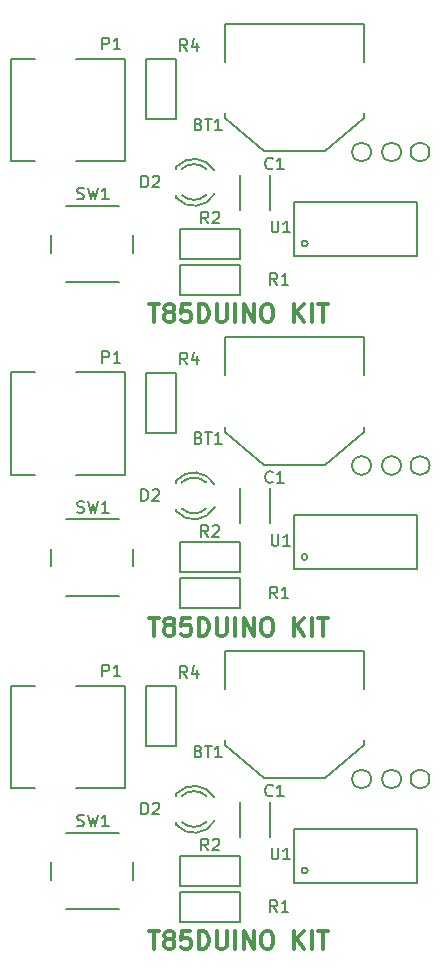
<source format=gto>
G04 #@! TF.FileFunction,Legend,Top*
%FSLAX46Y46*%
G04 Gerber Fmt 4.6, Leading zero omitted, Abs format (unit mm)*
G04 Created by KiCad (PCBNEW 4.0.5+dfsg1-4) date Tue Nov  6 22:35:12 2018*
%MOMM*%
%LPD*%
G01*
G04 APERTURE LIST*
%ADD10C,0.100000*%
%ADD11C,0.300000*%
%ADD12C,0.150000*%
%ADD13C,0.127000*%
G04 APERTURE END LIST*
D10*
D11*
X156131571Y-83760571D02*
X156988714Y-83760571D01*
X156560143Y-85260571D02*
X156560143Y-83760571D01*
X157703000Y-84403429D02*
X157560142Y-84332000D01*
X157488714Y-84260571D01*
X157417285Y-84117714D01*
X157417285Y-84046286D01*
X157488714Y-83903429D01*
X157560142Y-83832000D01*
X157703000Y-83760571D01*
X157988714Y-83760571D01*
X158131571Y-83832000D01*
X158203000Y-83903429D01*
X158274428Y-84046286D01*
X158274428Y-84117714D01*
X158203000Y-84260571D01*
X158131571Y-84332000D01*
X157988714Y-84403429D01*
X157703000Y-84403429D01*
X157560142Y-84474857D01*
X157488714Y-84546286D01*
X157417285Y-84689143D01*
X157417285Y-84974857D01*
X157488714Y-85117714D01*
X157560142Y-85189143D01*
X157703000Y-85260571D01*
X157988714Y-85260571D01*
X158131571Y-85189143D01*
X158203000Y-85117714D01*
X158274428Y-84974857D01*
X158274428Y-84689143D01*
X158203000Y-84546286D01*
X158131571Y-84474857D01*
X157988714Y-84403429D01*
X159631571Y-83760571D02*
X158917285Y-83760571D01*
X158845856Y-84474857D01*
X158917285Y-84403429D01*
X159060142Y-84332000D01*
X159417285Y-84332000D01*
X159560142Y-84403429D01*
X159631571Y-84474857D01*
X159702999Y-84617714D01*
X159702999Y-84974857D01*
X159631571Y-85117714D01*
X159560142Y-85189143D01*
X159417285Y-85260571D01*
X159060142Y-85260571D01*
X158917285Y-85189143D01*
X158845856Y-85117714D01*
X160345856Y-85260571D02*
X160345856Y-83760571D01*
X160702999Y-83760571D01*
X160917284Y-83832000D01*
X161060142Y-83974857D01*
X161131570Y-84117714D01*
X161202999Y-84403429D01*
X161202999Y-84617714D01*
X161131570Y-84903429D01*
X161060142Y-85046286D01*
X160917284Y-85189143D01*
X160702999Y-85260571D01*
X160345856Y-85260571D01*
X161845856Y-83760571D02*
X161845856Y-84974857D01*
X161917284Y-85117714D01*
X161988713Y-85189143D01*
X162131570Y-85260571D01*
X162417284Y-85260571D01*
X162560142Y-85189143D01*
X162631570Y-85117714D01*
X162702999Y-84974857D01*
X162702999Y-83760571D01*
X163417285Y-85260571D02*
X163417285Y-83760571D01*
X164131571Y-85260571D02*
X164131571Y-83760571D01*
X164988714Y-85260571D01*
X164988714Y-83760571D01*
X165988714Y-83760571D02*
X166274428Y-83760571D01*
X166417286Y-83832000D01*
X166560143Y-83974857D01*
X166631571Y-84260571D01*
X166631571Y-84760571D01*
X166560143Y-85046286D01*
X166417286Y-85189143D01*
X166274428Y-85260571D01*
X165988714Y-85260571D01*
X165845857Y-85189143D01*
X165703000Y-85046286D01*
X165631571Y-84760571D01*
X165631571Y-84260571D01*
X165703000Y-83974857D01*
X165845857Y-83832000D01*
X165988714Y-83760571D01*
X168417286Y-85260571D02*
X168417286Y-83760571D01*
X169274429Y-85260571D02*
X168631572Y-84403429D01*
X169274429Y-83760571D02*
X168417286Y-84617714D01*
X169917286Y-85260571D02*
X169917286Y-83760571D01*
X170417286Y-83760571D02*
X171274429Y-83760571D01*
X170845858Y-85260571D02*
X170845858Y-83760571D01*
X156131571Y-110303571D02*
X156988714Y-110303571D01*
X156560143Y-111803571D02*
X156560143Y-110303571D01*
X157703000Y-110946429D02*
X157560142Y-110875000D01*
X157488714Y-110803571D01*
X157417285Y-110660714D01*
X157417285Y-110589286D01*
X157488714Y-110446429D01*
X157560142Y-110375000D01*
X157703000Y-110303571D01*
X157988714Y-110303571D01*
X158131571Y-110375000D01*
X158203000Y-110446429D01*
X158274428Y-110589286D01*
X158274428Y-110660714D01*
X158203000Y-110803571D01*
X158131571Y-110875000D01*
X157988714Y-110946429D01*
X157703000Y-110946429D01*
X157560142Y-111017857D01*
X157488714Y-111089286D01*
X157417285Y-111232143D01*
X157417285Y-111517857D01*
X157488714Y-111660714D01*
X157560142Y-111732143D01*
X157703000Y-111803571D01*
X157988714Y-111803571D01*
X158131571Y-111732143D01*
X158203000Y-111660714D01*
X158274428Y-111517857D01*
X158274428Y-111232143D01*
X158203000Y-111089286D01*
X158131571Y-111017857D01*
X157988714Y-110946429D01*
X159631571Y-110303571D02*
X158917285Y-110303571D01*
X158845856Y-111017857D01*
X158917285Y-110946429D01*
X159060142Y-110875000D01*
X159417285Y-110875000D01*
X159560142Y-110946429D01*
X159631571Y-111017857D01*
X159702999Y-111160714D01*
X159702999Y-111517857D01*
X159631571Y-111660714D01*
X159560142Y-111732143D01*
X159417285Y-111803571D01*
X159060142Y-111803571D01*
X158917285Y-111732143D01*
X158845856Y-111660714D01*
X160345856Y-111803571D02*
X160345856Y-110303571D01*
X160702999Y-110303571D01*
X160917284Y-110375000D01*
X161060142Y-110517857D01*
X161131570Y-110660714D01*
X161202999Y-110946429D01*
X161202999Y-111160714D01*
X161131570Y-111446429D01*
X161060142Y-111589286D01*
X160917284Y-111732143D01*
X160702999Y-111803571D01*
X160345856Y-111803571D01*
X161845856Y-110303571D02*
X161845856Y-111517857D01*
X161917284Y-111660714D01*
X161988713Y-111732143D01*
X162131570Y-111803571D01*
X162417284Y-111803571D01*
X162560142Y-111732143D01*
X162631570Y-111660714D01*
X162702999Y-111517857D01*
X162702999Y-110303571D01*
X163417285Y-111803571D02*
X163417285Y-110303571D01*
X164131571Y-111803571D02*
X164131571Y-110303571D01*
X164988714Y-111803571D01*
X164988714Y-110303571D01*
X165988714Y-110303571D02*
X166274428Y-110303571D01*
X166417286Y-110375000D01*
X166560143Y-110517857D01*
X166631571Y-110803571D01*
X166631571Y-111303571D01*
X166560143Y-111589286D01*
X166417286Y-111732143D01*
X166274428Y-111803571D01*
X165988714Y-111803571D01*
X165845857Y-111732143D01*
X165703000Y-111589286D01*
X165631571Y-111303571D01*
X165631571Y-110803571D01*
X165703000Y-110517857D01*
X165845857Y-110375000D01*
X165988714Y-110303571D01*
X168417286Y-111803571D02*
X168417286Y-110303571D01*
X169274429Y-111803571D02*
X168631572Y-110946429D01*
X169274429Y-110303571D02*
X168417286Y-111160714D01*
X169917286Y-111803571D02*
X169917286Y-110303571D01*
X170417286Y-110303571D02*
X171274429Y-110303571D01*
X170845858Y-111803571D02*
X170845858Y-110303571D01*
X156131571Y-136846571D02*
X156988714Y-136846571D01*
X156560143Y-138346571D02*
X156560143Y-136846571D01*
X157703000Y-137489429D02*
X157560142Y-137418000D01*
X157488714Y-137346571D01*
X157417285Y-137203714D01*
X157417285Y-137132286D01*
X157488714Y-136989429D01*
X157560142Y-136918000D01*
X157703000Y-136846571D01*
X157988714Y-136846571D01*
X158131571Y-136918000D01*
X158203000Y-136989429D01*
X158274428Y-137132286D01*
X158274428Y-137203714D01*
X158203000Y-137346571D01*
X158131571Y-137418000D01*
X157988714Y-137489429D01*
X157703000Y-137489429D01*
X157560142Y-137560857D01*
X157488714Y-137632286D01*
X157417285Y-137775143D01*
X157417285Y-138060857D01*
X157488714Y-138203714D01*
X157560142Y-138275143D01*
X157703000Y-138346571D01*
X157988714Y-138346571D01*
X158131571Y-138275143D01*
X158203000Y-138203714D01*
X158274428Y-138060857D01*
X158274428Y-137775143D01*
X158203000Y-137632286D01*
X158131571Y-137560857D01*
X157988714Y-137489429D01*
X159631571Y-136846571D02*
X158917285Y-136846571D01*
X158845856Y-137560857D01*
X158917285Y-137489429D01*
X159060142Y-137418000D01*
X159417285Y-137418000D01*
X159560142Y-137489429D01*
X159631571Y-137560857D01*
X159702999Y-137703714D01*
X159702999Y-138060857D01*
X159631571Y-138203714D01*
X159560142Y-138275143D01*
X159417285Y-138346571D01*
X159060142Y-138346571D01*
X158917285Y-138275143D01*
X158845856Y-138203714D01*
X160345856Y-138346571D02*
X160345856Y-136846571D01*
X160702999Y-136846571D01*
X160917284Y-136918000D01*
X161060142Y-137060857D01*
X161131570Y-137203714D01*
X161202999Y-137489429D01*
X161202999Y-137703714D01*
X161131570Y-137989429D01*
X161060142Y-138132286D01*
X160917284Y-138275143D01*
X160702999Y-138346571D01*
X160345856Y-138346571D01*
X161845856Y-136846571D02*
X161845856Y-138060857D01*
X161917284Y-138203714D01*
X161988713Y-138275143D01*
X162131570Y-138346571D01*
X162417284Y-138346571D01*
X162560142Y-138275143D01*
X162631570Y-138203714D01*
X162702999Y-138060857D01*
X162702999Y-136846571D01*
X163417285Y-138346571D02*
X163417285Y-136846571D01*
X164131571Y-138346571D02*
X164131571Y-136846571D01*
X164988714Y-138346571D01*
X164988714Y-136846571D01*
X165988714Y-136846571D02*
X166274428Y-136846571D01*
X166417286Y-136918000D01*
X166560143Y-137060857D01*
X166631571Y-137346571D01*
X166631571Y-137846571D01*
X166560143Y-138132286D01*
X166417286Y-138275143D01*
X166274428Y-138346571D01*
X165988714Y-138346571D01*
X165845857Y-138275143D01*
X165703000Y-138132286D01*
X165631571Y-137846571D01*
X165631571Y-137346571D01*
X165703000Y-137060857D01*
X165845857Y-136918000D01*
X165988714Y-136846571D01*
X168417286Y-138346571D02*
X168417286Y-136846571D01*
X169274429Y-138346571D02*
X168631572Y-137489429D01*
X169274429Y-136846571D02*
X168417286Y-137703714D01*
X169917286Y-138346571D02*
X169917286Y-136846571D01*
X170417286Y-136846571D02*
X171274429Y-136846571D01*
X170845858Y-138346571D02*
X170845858Y-136846571D01*
D12*
X153559000Y-75399000D02*
X149059000Y-75399000D01*
X154809000Y-79399000D02*
X154809000Y-77899000D01*
X149059000Y-81899000D02*
X153559000Y-81899000D01*
X147809000Y-77899000D02*
X147809000Y-79399000D01*
D13*
X154059000Y-71660000D02*
X149909000Y-71660000D01*
X146509000Y-71660000D02*
X144459000Y-71660000D01*
X144459000Y-71660000D02*
X144459000Y-62960000D01*
X144459000Y-62960000D02*
X146509000Y-62960000D01*
X149909000Y-62960000D02*
X154059000Y-62960000D01*
X154059000Y-62960000D02*
X154059000Y-71660000D01*
D12*
X163830000Y-79883000D02*
X158750000Y-79883000D01*
X158750000Y-79883000D02*
X158750000Y-77343000D01*
X158750000Y-77343000D02*
X163830000Y-77343000D01*
X163830000Y-77343000D02*
X163830000Y-79883000D01*
X158424000Y-74720000D02*
X158424000Y-74520000D01*
X158424000Y-72126000D02*
X158424000Y-72306000D01*
X161651744Y-72436357D02*
G75*
G03X158424000Y-72120000I-1727744J-1003643D01*
G01*
X160976006Y-72306932D02*
G75*
G03X158873000Y-72306000I-1052006J-1133068D01*
G01*
X158436780Y-74746726D02*
G75*
G03X161674000Y-74400000I1497220J1306726D01*
G01*
X158910111Y-74519253D02*
G75*
G03X160958000Y-74500000I1013889J1079253D01*
G01*
X169545000Y-78613000D02*
G75*
G03X169545000Y-78613000I-254000J0D01*
G01*
X178816000Y-79629000D02*
X168402000Y-79629000D01*
X168402000Y-79629000D02*
X168402000Y-75057000D01*
X178816000Y-79613000D02*
X178816000Y-75057000D01*
X178816000Y-75057000D02*
X168402000Y-75057000D01*
X179873219Y-70866000D02*
G75*
G03X179873219Y-70866000I-803219J0D01*
G01*
X166350000Y-72775000D02*
X166350000Y-75775000D01*
X163850000Y-75775000D02*
X163850000Y-72775000D01*
X163830000Y-82931000D02*
X158750000Y-82931000D01*
X158750000Y-82931000D02*
X158750000Y-80391000D01*
X158750000Y-80391000D02*
X163830000Y-80391000D01*
X163830000Y-80391000D02*
X163830000Y-82931000D01*
X177460219Y-70866000D02*
G75*
G03X177460219Y-70866000I-803219J0D01*
G01*
X174920219Y-70866000D02*
G75*
G03X174920219Y-70866000I-803219J0D01*
G01*
X162536000Y-60005000D02*
X174336000Y-60005000D01*
X162536000Y-63205000D02*
X162536000Y-60005000D01*
X174336000Y-63205000D02*
X174336000Y-60005000D01*
X165836000Y-70805000D02*
X162536000Y-68005000D01*
X174336000Y-68005000D02*
X171036000Y-70805000D01*
X174336000Y-68005000D02*
X174336000Y-67605000D01*
X165836000Y-70805000D02*
X171036000Y-70805000D01*
X162536000Y-68005000D02*
X162536000Y-67605000D01*
X174336000Y-68005000D02*
X174336000Y-67705000D01*
X155829000Y-68072000D02*
X155829000Y-62992000D01*
X155829000Y-62992000D02*
X158369000Y-62992000D01*
X158369000Y-62992000D02*
X158369000Y-68072000D01*
X158369000Y-68072000D02*
X155829000Y-68072000D01*
X162536000Y-86548000D02*
X174336000Y-86548000D01*
X162536000Y-89748000D02*
X162536000Y-86548000D01*
X174336000Y-89748000D02*
X174336000Y-86548000D01*
X165836000Y-97348000D02*
X162536000Y-94548000D01*
X174336000Y-94548000D02*
X171036000Y-97348000D01*
X174336000Y-94548000D02*
X174336000Y-94148000D01*
X165836000Y-97348000D02*
X171036000Y-97348000D01*
X162536000Y-94548000D02*
X162536000Y-94148000D01*
X174336000Y-94548000D02*
X174336000Y-94248000D01*
X166350000Y-99318000D02*
X166350000Y-102318000D01*
X163850000Y-102318000D02*
X163850000Y-99318000D01*
X174920219Y-97409000D02*
G75*
G03X174920219Y-97409000I-803219J0D01*
G01*
X177460219Y-97409000D02*
G75*
G03X177460219Y-97409000I-803219J0D01*
G01*
X179873219Y-97409000D02*
G75*
G03X179873219Y-97409000I-803219J0D01*
G01*
X169545000Y-105156000D02*
G75*
G03X169545000Y-105156000I-254000J0D01*
G01*
X178816000Y-106172000D02*
X168402000Y-106172000D01*
X168402000Y-106172000D02*
X168402000Y-101600000D01*
X178816000Y-106156000D02*
X178816000Y-101600000D01*
X178816000Y-101600000D02*
X168402000Y-101600000D01*
X163830000Y-109474000D02*
X158750000Y-109474000D01*
X158750000Y-109474000D02*
X158750000Y-106934000D01*
X158750000Y-106934000D02*
X163830000Y-106934000D01*
X163830000Y-106934000D02*
X163830000Y-109474000D01*
X153559000Y-101942000D02*
X149059000Y-101942000D01*
X154809000Y-105942000D02*
X154809000Y-104442000D01*
X149059000Y-108442000D02*
X153559000Y-108442000D01*
X147809000Y-104442000D02*
X147809000Y-105942000D01*
X155829000Y-94615000D02*
X155829000Y-89535000D01*
X155829000Y-89535000D02*
X158369000Y-89535000D01*
X158369000Y-89535000D02*
X158369000Y-94615000D01*
X158369000Y-94615000D02*
X155829000Y-94615000D01*
D13*
X154059000Y-98203000D02*
X149909000Y-98203000D01*
X146509000Y-98203000D02*
X144459000Y-98203000D01*
X144459000Y-98203000D02*
X144459000Y-89503000D01*
X144459000Y-89503000D02*
X146509000Y-89503000D01*
X149909000Y-89503000D02*
X154059000Y-89503000D01*
X154059000Y-89503000D02*
X154059000Y-98203000D01*
D12*
X158424000Y-101263000D02*
X158424000Y-101063000D01*
X158424000Y-98669000D02*
X158424000Y-98849000D01*
X161651744Y-98979357D02*
G75*
G03X158424000Y-98663000I-1727744J-1003643D01*
G01*
X160976006Y-98849932D02*
G75*
G03X158873000Y-98849000I-1052006J-1133068D01*
G01*
X158436780Y-101289726D02*
G75*
G03X161674000Y-100943000I1497220J1306726D01*
G01*
X158910111Y-101062253D02*
G75*
G03X160958000Y-101043000I1013889J1079253D01*
G01*
X163830000Y-106426000D02*
X158750000Y-106426000D01*
X158750000Y-106426000D02*
X158750000Y-103886000D01*
X158750000Y-103886000D02*
X163830000Y-103886000D01*
X163830000Y-103886000D02*
X163830000Y-106426000D01*
X158424000Y-127806000D02*
X158424000Y-127606000D01*
X158424000Y-125212000D02*
X158424000Y-125392000D01*
X161651744Y-125522357D02*
G75*
G03X158424000Y-125206000I-1727744J-1003643D01*
G01*
X160976006Y-125392932D02*
G75*
G03X158873000Y-125392000I-1052006J-1133068D01*
G01*
X158436780Y-127832726D02*
G75*
G03X161674000Y-127486000I1497220J1306726D01*
G01*
X158910111Y-127605253D02*
G75*
G03X160958000Y-127586000I1013889J1079253D01*
G01*
X153559000Y-128485000D02*
X149059000Y-128485000D01*
X154809000Y-132485000D02*
X154809000Y-130985000D01*
X149059000Y-134985000D02*
X153559000Y-134985000D01*
X147809000Y-130985000D02*
X147809000Y-132485000D01*
X162536000Y-113091000D02*
X174336000Y-113091000D01*
X162536000Y-116291000D02*
X162536000Y-113091000D01*
X174336000Y-116291000D02*
X174336000Y-113091000D01*
X165836000Y-123891000D02*
X162536000Y-121091000D01*
X174336000Y-121091000D02*
X171036000Y-123891000D01*
X174336000Y-121091000D02*
X174336000Y-120691000D01*
X165836000Y-123891000D02*
X171036000Y-123891000D01*
X162536000Y-121091000D02*
X162536000Y-120691000D01*
X174336000Y-121091000D02*
X174336000Y-120791000D01*
X166350000Y-125861000D02*
X166350000Y-128861000D01*
X163850000Y-128861000D02*
X163850000Y-125861000D01*
X177460219Y-123952000D02*
G75*
G03X177460219Y-123952000I-803219J0D01*
G01*
X174920219Y-123952000D02*
G75*
G03X174920219Y-123952000I-803219J0D01*
G01*
X179873219Y-123952000D02*
G75*
G03X179873219Y-123952000I-803219J0D01*
G01*
D13*
X154059000Y-124746000D02*
X149909000Y-124746000D01*
X146509000Y-124746000D02*
X144459000Y-124746000D01*
X144459000Y-124746000D02*
X144459000Y-116046000D01*
X144459000Y-116046000D02*
X146509000Y-116046000D01*
X149909000Y-116046000D02*
X154059000Y-116046000D01*
X154059000Y-116046000D02*
X154059000Y-124746000D01*
D12*
X155829000Y-121158000D02*
X155829000Y-116078000D01*
X155829000Y-116078000D02*
X158369000Y-116078000D01*
X158369000Y-116078000D02*
X158369000Y-121158000D01*
X158369000Y-121158000D02*
X155829000Y-121158000D01*
X163830000Y-132969000D02*
X158750000Y-132969000D01*
X158750000Y-132969000D02*
X158750000Y-130429000D01*
X158750000Y-130429000D02*
X163830000Y-130429000D01*
X163830000Y-130429000D02*
X163830000Y-132969000D01*
X163830000Y-136017000D02*
X158750000Y-136017000D01*
X158750000Y-136017000D02*
X158750000Y-133477000D01*
X158750000Y-133477000D02*
X163830000Y-133477000D01*
X163830000Y-133477000D02*
X163830000Y-136017000D01*
X169545000Y-131699000D02*
G75*
G03X169545000Y-131699000I-254000J0D01*
G01*
X178816000Y-132715000D02*
X168402000Y-132715000D01*
X168402000Y-132715000D02*
X168402000Y-128143000D01*
X178816000Y-132699000D02*
X178816000Y-128143000D01*
X178816000Y-128143000D02*
X168402000Y-128143000D01*
X150050667Y-74826762D02*
X150193524Y-74874381D01*
X150431620Y-74874381D01*
X150526858Y-74826762D01*
X150574477Y-74779143D01*
X150622096Y-74683905D01*
X150622096Y-74588667D01*
X150574477Y-74493429D01*
X150526858Y-74445810D01*
X150431620Y-74398190D01*
X150241143Y-74350571D01*
X150145905Y-74302952D01*
X150098286Y-74255333D01*
X150050667Y-74160095D01*
X150050667Y-74064857D01*
X150098286Y-73969619D01*
X150145905Y-73922000D01*
X150241143Y-73874381D01*
X150479239Y-73874381D01*
X150622096Y-73922000D01*
X150955429Y-73874381D02*
X151193524Y-74874381D01*
X151384001Y-74160095D01*
X151574477Y-74874381D01*
X151812572Y-73874381D01*
X152717334Y-74874381D02*
X152145905Y-74874381D01*
X152431619Y-74874381D02*
X152431619Y-73874381D01*
X152336381Y-74017238D01*
X152241143Y-74112476D01*
X152145905Y-74160095D01*
X152169905Y-62174381D02*
X152169905Y-61174381D01*
X152550858Y-61174381D01*
X152646096Y-61222000D01*
X152693715Y-61269619D01*
X152741334Y-61364857D01*
X152741334Y-61507714D01*
X152693715Y-61602952D01*
X152646096Y-61650571D01*
X152550858Y-61698190D01*
X152169905Y-61698190D01*
X153693715Y-62174381D02*
X153122286Y-62174381D01*
X153408000Y-62174381D02*
X153408000Y-61174381D01*
X153312762Y-61317238D01*
X153217524Y-61412476D01*
X153122286Y-61460095D01*
X161123334Y-76906381D02*
X160790000Y-76430190D01*
X160551905Y-76906381D02*
X160551905Y-75906381D01*
X160932858Y-75906381D01*
X161028096Y-75954000D01*
X161075715Y-76001619D01*
X161123334Y-76096857D01*
X161123334Y-76239714D01*
X161075715Y-76334952D01*
X161028096Y-76382571D01*
X160932858Y-76430190D01*
X160551905Y-76430190D01*
X161504286Y-76001619D02*
X161551905Y-75954000D01*
X161647143Y-75906381D01*
X161885239Y-75906381D01*
X161980477Y-75954000D01*
X162028096Y-76001619D01*
X162075715Y-76096857D01*
X162075715Y-76192095D01*
X162028096Y-76334952D01*
X161456667Y-76906381D01*
X162075715Y-76906381D01*
X155471905Y-73858381D02*
X155471905Y-72858381D01*
X155710000Y-72858381D01*
X155852858Y-72906000D01*
X155948096Y-73001238D01*
X155995715Y-73096476D01*
X156043334Y-73286952D01*
X156043334Y-73429810D01*
X155995715Y-73620286D01*
X155948096Y-73715524D01*
X155852858Y-73810762D01*
X155710000Y-73858381D01*
X155471905Y-73858381D01*
X156424286Y-72953619D02*
X156471905Y-72906000D01*
X156567143Y-72858381D01*
X156805239Y-72858381D01*
X156900477Y-72906000D01*
X156948096Y-72953619D01*
X156995715Y-73048857D01*
X156995715Y-73144095D01*
X156948096Y-73286952D01*
X156376667Y-73858381D01*
X156995715Y-73858381D01*
X166497095Y-76668381D02*
X166497095Y-77477905D01*
X166544714Y-77573143D01*
X166592333Y-77620762D01*
X166687571Y-77668381D01*
X166878048Y-77668381D01*
X166973286Y-77620762D01*
X167020905Y-77573143D01*
X167068524Y-77477905D01*
X167068524Y-76668381D01*
X168068524Y-77668381D02*
X167497095Y-77668381D01*
X167782809Y-77668381D02*
X167782809Y-76668381D01*
X167687571Y-76811238D01*
X167592333Y-76906476D01*
X167497095Y-76954095D01*
X166584334Y-72239143D02*
X166536715Y-72286762D01*
X166393858Y-72334381D01*
X166298620Y-72334381D01*
X166155762Y-72286762D01*
X166060524Y-72191524D01*
X166012905Y-72096286D01*
X165965286Y-71905810D01*
X165965286Y-71762952D01*
X166012905Y-71572476D01*
X166060524Y-71477238D01*
X166155762Y-71382000D01*
X166298620Y-71334381D01*
X166393858Y-71334381D01*
X166536715Y-71382000D01*
X166584334Y-71429619D01*
X167536715Y-72334381D02*
X166965286Y-72334381D01*
X167251000Y-72334381D02*
X167251000Y-71334381D01*
X167155762Y-71477238D01*
X167060524Y-71572476D01*
X166965286Y-71620095D01*
X166965334Y-82113381D02*
X166632000Y-81637190D01*
X166393905Y-82113381D02*
X166393905Y-81113381D01*
X166774858Y-81113381D01*
X166870096Y-81161000D01*
X166917715Y-81208619D01*
X166965334Y-81303857D01*
X166965334Y-81446714D01*
X166917715Y-81541952D01*
X166870096Y-81589571D01*
X166774858Y-81637190D01*
X166393905Y-81637190D01*
X167917715Y-82113381D02*
X167346286Y-82113381D01*
X167632000Y-82113381D02*
X167632000Y-81113381D01*
X167536762Y-81256238D01*
X167441524Y-81351476D01*
X167346286Y-81399095D01*
X160318286Y-68508571D02*
X160461143Y-68556190D01*
X160508762Y-68603810D01*
X160556381Y-68699048D01*
X160556381Y-68841905D01*
X160508762Y-68937143D01*
X160461143Y-68984762D01*
X160365905Y-69032381D01*
X159984952Y-69032381D01*
X159984952Y-68032381D01*
X160318286Y-68032381D01*
X160413524Y-68080000D01*
X160461143Y-68127619D01*
X160508762Y-68222857D01*
X160508762Y-68318095D01*
X160461143Y-68413333D01*
X160413524Y-68460952D01*
X160318286Y-68508571D01*
X159984952Y-68508571D01*
X160842095Y-68032381D02*
X161413524Y-68032381D01*
X161127809Y-69032381D02*
X161127809Y-68032381D01*
X162270667Y-69032381D02*
X161699238Y-69032381D01*
X161984952Y-69032381D02*
X161984952Y-68032381D01*
X161889714Y-68175238D01*
X161794476Y-68270476D01*
X161699238Y-68318095D01*
X159345334Y-62301381D02*
X159012000Y-61825190D01*
X158773905Y-62301381D02*
X158773905Y-61301381D01*
X159154858Y-61301381D01*
X159250096Y-61349000D01*
X159297715Y-61396619D01*
X159345334Y-61491857D01*
X159345334Y-61634714D01*
X159297715Y-61729952D01*
X159250096Y-61777571D01*
X159154858Y-61825190D01*
X158773905Y-61825190D01*
X160202477Y-61634714D02*
X160202477Y-62301381D01*
X159964381Y-61253762D02*
X159726286Y-61968048D01*
X160345334Y-61968048D01*
X160318286Y-95051571D02*
X160461143Y-95099190D01*
X160508762Y-95146810D01*
X160556381Y-95242048D01*
X160556381Y-95384905D01*
X160508762Y-95480143D01*
X160461143Y-95527762D01*
X160365905Y-95575381D01*
X159984952Y-95575381D01*
X159984952Y-94575381D01*
X160318286Y-94575381D01*
X160413524Y-94623000D01*
X160461143Y-94670619D01*
X160508762Y-94765857D01*
X160508762Y-94861095D01*
X160461143Y-94956333D01*
X160413524Y-95003952D01*
X160318286Y-95051571D01*
X159984952Y-95051571D01*
X160842095Y-94575381D02*
X161413524Y-94575381D01*
X161127809Y-95575381D02*
X161127809Y-94575381D01*
X162270667Y-95575381D02*
X161699238Y-95575381D01*
X161984952Y-95575381D02*
X161984952Y-94575381D01*
X161889714Y-94718238D01*
X161794476Y-94813476D01*
X161699238Y-94861095D01*
X166584334Y-98782143D02*
X166536715Y-98829762D01*
X166393858Y-98877381D01*
X166298620Y-98877381D01*
X166155762Y-98829762D01*
X166060524Y-98734524D01*
X166012905Y-98639286D01*
X165965286Y-98448810D01*
X165965286Y-98305952D01*
X166012905Y-98115476D01*
X166060524Y-98020238D01*
X166155762Y-97925000D01*
X166298620Y-97877381D01*
X166393858Y-97877381D01*
X166536715Y-97925000D01*
X166584334Y-97972619D01*
X167536715Y-98877381D02*
X166965286Y-98877381D01*
X167251000Y-98877381D02*
X167251000Y-97877381D01*
X167155762Y-98020238D01*
X167060524Y-98115476D01*
X166965286Y-98163095D01*
X166497095Y-103211381D02*
X166497095Y-104020905D01*
X166544714Y-104116143D01*
X166592333Y-104163762D01*
X166687571Y-104211381D01*
X166878048Y-104211381D01*
X166973286Y-104163762D01*
X167020905Y-104116143D01*
X167068524Y-104020905D01*
X167068524Y-103211381D01*
X168068524Y-104211381D02*
X167497095Y-104211381D01*
X167782809Y-104211381D02*
X167782809Y-103211381D01*
X167687571Y-103354238D01*
X167592333Y-103449476D01*
X167497095Y-103497095D01*
X166965334Y-108656381D02*
X166632000Y-108180190D01*
X166393905Y-108656381D02*
X166393905Y-107656381D01*
X166774858Y-107656381D01*
X166870096Y-107704000D01*
X166917715Y-107751619D01*
X166965334Y-107846857D01*
X166965334Y-107989714D01*
X166917715Y-108084952D01*
X166870096Y-108132571D01*
X166774858Y-108180190D01*
X166393905Y-108180190D01*
X167917715Y-108656381D02*
X167346286Y-108656381D01*
X167632000Y-108656381D02*
X167632000Y-107656381D01*
X167536762Y-107799238D01*
X167441524Y-107894476D01*
X167346286Y-107942095D01*
X150050667Y-101369762D02*
X150193524Y-101417381D01*
X150431620Y-101417381D01*
X150526858Y-101369762D01*
X150574477Y-101322143D01*
X150622096Y-101226905D01*
X150622096Y-101131667D01*
X150574477Y-101036429D01*
X150526858Y-100988810D01*
X150431620Y-100941190D01*
X150241143Y-100893571D01*
X150145905Y-100845952D01*
X150098286Y-100798333D01*
X150050667Y-100703095D01*
X150050667Y-100607857D01*
X150098286Y-100512619D01*
X150145905Y-100465000D01*
X150241143Y-100417381D01*
X150479239Y-100417381D01*
X150622096Y-100465000D01*
X150955429Y-100417381D02*
X151193524Y-101417381D01*
X151384001Y-100703095D01*
X151574477Y-101417381D01*
X151812572Y-100417381D01*
X152717334Y-101417381D02*
X152145905Y-101417381D01*
X152431619Y-101417381D02*
X152431619Y-100417381D01*
X152336381Y-100560238D01*
X152241143Y-100655476D01*
X152145905Y-100703095D01*
X159345334Y-88844381D02*
X159012000Y-88368190D01*
X158773905Y-88844381D02*
X158773905Y-87844381D01*
X159154858Y-87844381D01*
X159250096Y-87892000D01*
X159297715Y-87939619D01*
X159345334Y-88034857D01*
X159345334Y-88177714D01*
X159297715Y-88272952D01*
X159250096Y-88320571D01*
X159154858Y-88368190D01*
X158773905Y-88368190D01*
X160202477Y-88177714D02*
X160202477Y-88844381D01*
X159964381Y-87796762D02*
X159726286Y-88511048D01*
X160345334Y-88511048D01*
X152169905Y-88717381D02*
X152169905Y-87717381D01*
X152550858Y-87717381D01*
X152646096Y-87765000D01*
X152693715Y-87812619D01*
X152741334Y-87907857D01*
X152741334Y-88050714D01*
X152693715Y-88145952D01*
X152646096Y-88193571D01*
X152550858Y-88241190D01*
X152169905Y-88241190D01*
X153693715Y-88717381D02*
X153122286Y-88717381D01*
X153408000Y-88717381D02*
X153408000Y-87717381D01*
X153312762Y-87860238D01*
X153217524Y-87955476D01*
X153122286Y-88003095D01*
X155471905Y-100401381D02*
X155471905Y-99401381D01*
X155710000Y-99401381D01*
X155852858Y-99449000D01*
X155948096Y-99544238D01*
X155995715Y-99639476D01*
X156043334Y-99829952D01*
X156043334Y-99972810D01*
X155995715Y-100163286D01*
X155948096Y-100258524D01*
X155852858Y-100353762D01*
X155710000Y-100401381D01*
X155471905Y-100401381D01*
X156424286Y-99496619D02*
X156471905Y-99449000D01*
X156567143Y-99401381D01*
X156805239Y-99401381D01*
X156900477Y-99449000D01*
X156948096Y-99496619D01*
X156995715Y-99591857D01*
X156995715Y-99687095D01*
X156948096Y-99829952D01*
X156376667Y-100401381D01*
X156995715Y-100401381D01*
X161123334Y-103449381D02*
X160790000Y-102973190D01*
X160551905Y-103449381D02*
X160551905Y-102449381D01*
X160932858Y-102449381D01*
X161028096Y-102497000D01*
X161075715Y-102544619D01*
X161123334Y-102639857D01*
X161123334Y-102782714D01*
X161075715Y-102877952D01*
X161028096Y-102925571D01*
X160932858Y-102973190D01*
X160551905Y-102973190D01*
X161504286Y-102544619D02*
X161551905Y-102497000D01*
X161647143Y-102449381D01*
X161885239Y-102449381D01*
X161980477Y-102497000D01*
X162028096Y-102544619D01*
X162075715Y-102639857D01*
X162075715Y-102735095D01*
X162028096Y-102877952D01*
X161456667Y-103449381D01*
X162075715Y-103449381D01*
X155471905Y-126944381D02*
X155471905Y-125944381D01*
X155710000Y-125944381D01*
X155852858Y-125992000D01*
X155948096Y-126087238D01*
X155995715Y-126182476D01*
X156043334Y-126372952D01*
X156043334Y-126515810D01*
X155995715Y-126706286D01*
X155948096Y-126801524D01*
X155852858Y-126896762D01*
X155710000Y-126944381D01*
X155471905Y-126944381D01*
X156424286Y-126039619D02*
X156471905Y-125992000D01*
X156567143Y-125944381D01*
X156805239Y-125944381D01*
X156900477Y-125992000D01*
X156948096Y-126039619D01*
X156995715Y-126134857D01*
X156995715Y-126230095D01*
X156948096Y-126372952D01*
X156376667Y-126944381D01*
X156995715Y-126944381D01*
X150050667Y-127912762D02*
X150193524Y-127960381D01*
X150431620Y-127960381D01*
X150526858Y-127912762D01*
X150574477Y-127865143D01*
X150622096Y-127769905D01*
X150622096Y-127674667D01*
X150574477Y-127579429D01*
X150526858Y-127531810D01*
X150431620Y-127484190D01*
X150241143Y-127436571D01*
X150145905Y-127388952D01*
X150098286Y-127341333D01*
X150050667Y-127246095D01*
X150050667Y-127150857D01*
X150098286Y-127055619D01*
X150145905Y-127008000D01*
X150241143Y-126960381D01*
X150479239Y-126960381D01*
X150622096Y-127008000D01*
X150955429Y-126960381D02*
X151193524Y-127960381D01*
X151384001Y-127246095D01*
X151574477Y-127960381D01*
X151812572Y-126960381D01*
X152717334Y-127960381D02*
X152145905Y-127960381D01*
X152431619Y-127960381D02*
X152431619Y-126960381D01*
X152336381Y-127103238D01*
X152241143Y-127198476D01*
X152145905Y-127246095D01*
X160318286Y-121594571D02*
X160461143Y-121642190D01*
X160508762Y-121689810D01*
X160556381Y-121785048D01*
X160556381Y-121927905D01*
X160508762Y-122023143D01*
X160461143Y-122070762D01*
X160365905Y-122118381D01*
X159984952Y-122118381D01*
X159984952Y-121118381D01*
X160318286Y-121118381D01*
X160413524Y-121166000D01*
X160461143Y-121213619D01*
X160508762Y-121308857D01*
X160508762Y-121404095D01*
X160461143Y-121499333D01*
X160413524Y-121546952D01*
X160318286Y-121594571D01*
X159984952Y-121594571D01*
X160842095Y-121118381D02*
X161413524Y-121118381D01*
X161127809Y-122118381D02*
X161127809Y-121118381D01*
X162270667Y-122118381D02*
X161699238Y-122118381D01*
X161984952Y-122118381D02*
X161984952Y-121118381D01*
X161889714Y-121261238D01*
X161794476Y-121356476D01*
X161699238Y-121404095D01*
X166584334Y-125325143D02*
X166536715Y-125372762D01*
X166393858Y-125420381D01*
X166298620Y-125420381D01*
X166155762Y-125372762D01*
X166060524Y-125277524D01*
X166012905Y-125182286D01*
X165965286Y-124991810D01*
X165965286Y-124848952D01*
X166012905Y-124658476D01*
X166060524Y-124563238D01*
X166155762Y-124468000D01*
X166298620Y-124420381D01*
X166393858Y-124420381D01*
X166536715Y-124468000D01*
X166584334Y-124515619D01*
X167536715Y-125420381D02*
X166965286Y-125420381D01*
X167251000Y-125420381D02*
X167251000Y-124420381D01*
X167155762Y-124563238D01*
X167060524Y-124658476D01*
X166965286Y-124706095D01*
X152169905Y-115260381D02*
X152169905Y-114260381D01*
X152550858Y-114260381D01*
X152646096Y-114308000D01*
X152693715Y-114355619D01*
X152741334Y-114450857D01*
X152741334Y-114593714D01*
X152693715Y-114688952D01*
X152646096Y-114736571D01*
X152550858Y-114784190D01*
X152169905Y-114784190D01*
X153693715Y-115260381D02*
X153122286Y-115260381D01*
X153408000Y-115260381D02*
X153408000Y-114260381D01*
X153312762Y-114403238D01*
X153217524Y-114498476D01*
X153122286Y-114546095D01*
X159345334Y-115387381D02*
X159012000Y-114911190D01*
X158773905Y-115387381D02*
X158773905Y-114387381D01*
X159154858Y-114387381D01*
X159250096Y-114435000D01*
X159297715Y-114482619D01*
X159345334Y-114577857D01*
X159345334Y-114720714D01*
X159297715Y-114815952D01*
X159250096Y-114863571D01*
X159154858Y-114911190D01*
X158773905Y-114911190D01*
X160202477Y-114720714D02*
X160202477Y-115387381D01*
X159964381Y-114339762D02*
X159726286Y-115054048D01*
X160345334Y-115054048D01*
X161123334Y-129992381D02*
X160790000Y-129516190D01*
X160551905Y-129992381D02*
X160551905Y-128992381D01*
X160932858Y-128992381D01*
X161028096Y-129040000D01*
X161075715Y-129087619D01*
X161123334Y-129182857D01*
X161123334Y-129325714D01*
X161075715Y-129420952D01*
X161028096Y-129468571D01*
X160932858Y-129516190D01*
X160551905Y-129516190D01*
X161504286Y-129087619D02*
X161551905Y-129040000D01*
X161647143Y-128992381D01*
X161885239Y-128992381D01*
X161980477Y-129040000D01*
X162028096Y-129087619D01*
X162075715Y-129182857D01*
X162075715Y-129278095D01*
X162028096Y-129420952D01*
X161456667Y-129992381D01*
X162075715Y-129992381D01*
X166965334Y-135199381D02*
X166632000Y-134723190D01*
X166393905Y-135199381D02*
X166393905Y-134199381D01*
X166774858Y-134199381D01*
X166870096Y-134247000D01*
X166917715Y-134294619D01*
X166965334Y-134389857D01*
X166965334Y-134532714D01*
X166917715Y-134627952D01*
X166870096Y-134675571D01*
X166774858Y-134723190D01*
X166393905Y-134723190D01*
X167917715Y-135199381D02*
X167346286Y-135199381D01*
X167632000Y-135199381D02*
X167632000Y-134199381D01*
X167536762Y-134342238D01*
X167441524Y-134437476D01*
X167346286Y-134485095D01*
X166497095Y-129754381D02*
X166497095Y-130563905D01*
X166544714Y-130659143D01*
X166592333Y-130706762D01*
X166687571Y-130754381D01*
X166878048Y-130754381D01*
X166973286Y-130706762D01*
X167020905Y-130659143D01*
X167068524Y-130563905D01*
X167068524Y-129754381D01*
X168068524Y-130754381D02*
X167497095Y-130754381D01*
X167782809Y-130754381D02*
X167782809Y-129754381D01*
X167687571Y-129897238D01*
X167592333Y-129992476D01*
X167497095Y-130040095D01*
M02*

</source>
